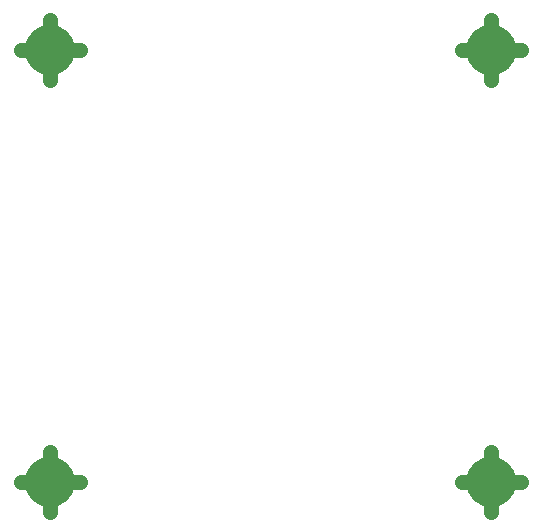
<source format=gbr>
%TF.GenerationSoftware,KiCad,Pcbnew,8.0.4*%
%TF.CreationDate,2024-08-25T23:20:03-07:00*%
%TF.ProjectId,HackthePlanetPin_panelized,4861636b-7468-4655-906c-616e65745069,rev?*%
%TF.SameCoordinates,Original*%
%TF.FileFunction,Copper,L2,Bot*%
%TF.FilePolarity,Positive*%
%FSLAX46Y46*%
G04 Gerber Fmt 4.6, Leading zero omitted, Abs format (unit mm)*
G04 Created by KiCad (PCBNEW 8.0.4) date 2024-08-25 23:20:03*
%MOMM*%
%LPD*%
G01*
G04 APERTURE LIST*
%TA.AperFunction,EtchedComponent*%
%ADD10C,2.151371*%
%TD*%
%TA.AperFunction,EtchedComponent*%
%ADD11C,1.300000*%
%TD*%
G04 APERTURE END LIST*
%TO.C,REF\u002A\u002A*%
D10*
X185656243Y-47815335D02*
G75*
G02*
X183504873Y-47815335I-1075685J0D01*
G01*
X183504873Y-47815335D02*
G75*
G02*
X185656243Y-47815335I1075685J0D01*
G01*
D11*
X184605558Y-45302835D02*
X184605558Y-50327835D01*
X182093058Y-47815335D02*
X187118057Y-47815332D01*
D10*
X185656243Y-84385000D02*
G75*
G02*
X183504873Y-84385000I-1075685J0D01*
G01*
X183504873Y-84385000D02*
G75*
G02*
X185656243Y-84385000I1075685J0D01*
G01*
D11*
X184605558Y-81872500D02*
X184605558Y-86897500D01*
X182093058Y-84385000D02*
X187118057Y-84384997D01*
D10*
X148300686Y-47815335D02*
G75*
G02*
X146149316Y-47815335I-1075685J0D01*
G01*
X146149316Y-47815335D02*
G75*
G02*
X148300686Y-47815335I1075685J0D01*
G01*
D11*
X147250001Y-45302835D02*
X147250001Y-50327835D01*
X144737501Y-47815335D02*
X149762500Y-47815332D01*
D10*
X148300686Y-84385000D02*
G75*
G02*
X146149316Y-84385000I-1075685J0D01*
G01*
X146149316Y-84385000D02*
G75*
G02*
X148300686Y-84385000I1075685J0D01*
G01*
D11*
X147250001Y-81872500D02*
X147250001Y-86897500D01*
X144737501Y-84385000D02*
X149762500Y-84384997D01*
%TD*%
M02*

</source>
